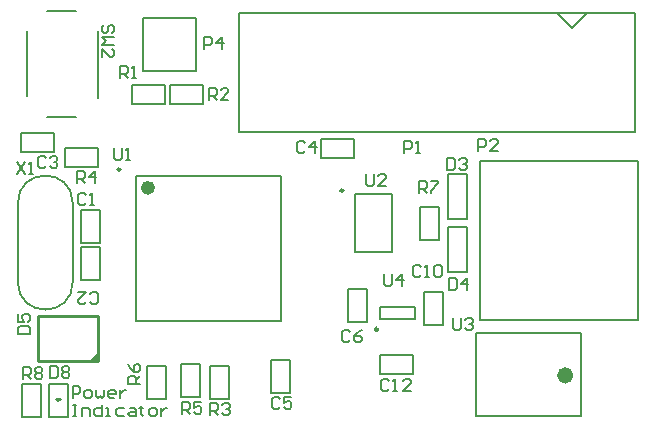
<source format=gto>
G04 Layer_Color=65535*
%FSLAX25Y25*%
%MOIN*%
G70*
G01*
G75*
%ADD21C,0.00984*%
%ADD22C,0.01000*%
%ADD26C,0.02362*%
%ADD34C,0.00787*%
%ADD35C,0.00591*%
D21*
X367571Y290378D02*
G03*
X367571Y290378I-492J0D01*
G01*
X441862Y283347D02*
G03*
X441862Y283347I-492J0D01*
G01*
X453406Y237087D02*
G03*
X453406Y237087I-492J0D01*
G01*
D22*
X516390Y221646D02*
G03*
X516390Y221646I-500J0D01*
G01*
X516890D02*
G03*
X516890Y221646I-1000J0D01*
G01*
X517471D02*
G03*
X517471Y221646I-1581J0D01*
G01*
X518039Y221724D02*
G03*
X518039Y221724I-2236J0D01*
G01*
X340000Y226500D02*
Y240000D01*
Y226500D02*
X360000D01*
Y241500D01*
X340000D02*
X360000D01*
X340000Y238000D02*
Y241500D01*
X357500Y226500D02*
X360000Y229000D01*
Y226500D02*
Y229000D01*
Y226500D02*
Y227500D01*
X359000Y226500D02*
X360000Y227500D01*
X357500Y226500D02*
X359000D01*
X358250D02*
X359000D01*
X360000Y227500D01*
X359000Y226500D02*
X360000Y227500D01*
X358250Y226500D02*
X359000D01*
X358250D02*
Y226750D01*
X359000Y227500D01*
X358750Y227750D02*
X360000D01*
D26*
X377906Y284276D02*
G03*
X377906Y284276I-1181J0D01*
G01*
D34*
X333347Y252811D02*
G03*
X351654Y252811I9154J0D01*
G01*
Y279189D02*
G03*
X333347Y279189I-9154J0D01*
G01*
X372787Y239787D02*
Y288213D01*
X421213Y239787D02*
Y288213D01*
X372787D02*
X421213D01*
X372787Y239787D02*
X421213D01*
X445898Y262854D02*
X458102D01*
X445898Y282146D02*
X458102D01*
Y262854D02*
Y282146D01*
X445898Y262854D02*
Y282146D01*
X407000Y303000D02*
Y342500D01*
Y303000D02*
X539000D01*
Y342500D01*
X407000D02*
X539000D01*
X513000D02*
X518000Y337500D01*
X523000Y342500D01*
X392858Y323043D02*
Y340957D01*
X375142D02*
X392858D01*
X375142Y323043D02*
Y340957D01*
Y323043D02*
X392858D01*
X333347Y252811D02*
Y279189D01*
X351654Y252811D02*
Y279189D01*
X343220Y343165D02*
X352669D01*
X343220Y307732D02*
X352571D01*
X359953Y314327D02*
Y336374D01*
X336331Y314819D02*
Y336374D01*
X540216Y240311D02*
Y293067D01*
X487559Y240311D02*
X540216D01*
X487559D02*
Y293067D01*
X540216D01*
X454193Y244370D02*
X465807D01*
X454193Y240630D02*
X465807D01*
Y244370D01*
X454193Y240630D02*
Y244370D01*
X520921Y208142D02*
Y235898D01*
X486079D02*
X520921D01*
X486079Y208142D02*
Y235898D01*
Y208142D02*
X520921D01*
X334850Y207988D02*
X341150D01*
Y219012D01*
X334850D02*
X341150D01*
X334850Y207988D02*
Y219012D01*
X467350Y266988D02*
X473650D01*
Y278012D01*
X467350D02*
X473650D01*
X467350Y266988D02*
Y278012D01*
X348988Y291350D02*
Y297650D01*
Y291350D02*
X360012D01*
Y297650D01*
X348988D02*
X360012D01*
X397350Y225012D02*
X403650D01*
X397350Y213988D02*
Y225012D01*
Y213988D02*
X403650D01*
Y225012D01*
X383988Y312350D02*
Y318650D01*
Y312350D02*
X395012D01*
Y318650D01*
X383988D02*
X395012D01*
X382512Y312350D02*
Y318650D01*
X371488D02*
X382512D01*
X371488Y312350D02*
Y318650D01*
Y312350D02*
X382512D01*
X343653Y219012D02*
X349953D01*
X343653Y207988D02*
Y219012D01*
Y207988D02*
X349953D01*
Y219012D01*
X346803Y213106D02*
X347590Y213894D01*
X346606D02*
X347590D01*
X346016D02*
X346803Y213106D01*
X346016Y213894D02*
X346606D01*
X476800Y271169D02*
X483200D01*
Y256169D02*
Y271169D01*
X476800Y256169D02*
X483200D01*
X476800D02*
Y271169D01*
Y273831D02*
X483200D01*
X476800D02*
Y288831D01*
X483200D01*
Y273831D02*
Y288831D01*
X453988Y222350D02*
Y228650D01*
Y222350D02*
X465012D01*
Y228650D01*
X453988D02*
X465012D01*
X468850Y238488D02*
X475150D01*
Y249512D01*
X468850D02*
X475150D01*
X468850Y238488D02*
Y249512D01*
X443350Y239488D02*
X449650D01*
Y250512D01*
X443350D02*
X449650D01*
X443350Y239488D02*
Y250512D01*
X417850Y215988D02*
X424150D01*
Y227012D01*
X417850D02*
X424150D01*
X417850Y215988D02*
Y227012D01*
X445512Y294350D02*
Y300650D01*
X434488D02*
X445512D01*
X434488Y294350D02*
Y300650D01*
Y294350D02*
X445512D01*
X334488Y296350D02*
Y302650D01*
Y296350D02*
X345512D01*
Y302650D01*
X334488D02*
X345512D01*
X354350Y253488D02*
X360650D01*
Y264512D01*
X354350D02*
X360650D01*
X354350Y253488D02*
Y264512D01*
Y277012D02*
X360650D01*
X354350Y265988D02*
Y277012D01*
Y265988D02*
X360650D01*
Y277012D01*
X376350Y225012D02*
X382650D01*
X376350Y213988D02*
Y225012D01*
Y213988D02*
X382650D01*
Y225012D01*
X387850Y225512D02*
X394150D01*
X387850Y214488D02*
Y225512D01*
Y214488D02*
X394150D01*
Y225512D01*
X365500Y297436D02*
Y294156D01*
X366156Y293500D01*
X367468D01*
X368124Y294156D01*
Y297436D01*
X369436Y293500D02*
X370748D01*
X370092D01*
Y297436D01*
X369436Y296780D01*
X395500Y330500D02*
Y334436D01*
X397468D01*
X398124Y333780D01*
Y332468D01*
X397468Y331812D01*
X395500D01*
X401404Y330500D02*
Y334436D01*
X399436Y332468D01*
X402060D01*
X333000Y292936D02*
X335624Y289000D01*
Y292936D02*
X333000Y289000D01*
X336936D02*
X338248D01*
X337592D01*
Y292936D01*
X336936Y292280D01*
X364780Y335876D02*
X365436Y336532D01*
Y337844D01*
X364780Y338500D01*
X364124D01*
X363468Y337844D01*
Y336532D01*
X362812Y335876D01*
X362156D01*
X361500Y336532D01*
Y337844D01*
X362156Y338500D01*
X365436Y334564D02*
X361500D01*
X362812Y333252D01*
X361500Y331940D01*
X365436D01*
X361500Y328005D02*
Y330628D01*
X364124Y328005D01*
X364780D01*
X365436Y328661D01*
Y329973D01*
X364780Y330628D01*
X486819Y296689D02*
Y300625D01*
X488787D01*
X489443Y299969D01*
Y298657D01*
X488787Y298001D01*
X486819D01*
X493378Y296689D02*
X490755D01*
X493378Y299313D01*
Y299969D01*
X492723Y300625D01*
X491411D01*
X490755Y299969D01*
X455500Y255436D02*
Y252156D01*
X456156Y251500D01*
X457468D01*
X458124Y252156D01*
Y255436D01*
X461404Y251500D02*
Y255436D01*
X459436Y253468D01*
X462060D01*
X478500Y240936D02*
Y237656D01*
X479156Y237000D01*
X480468D01*
X481124Y237656D01*
Y240936D01*
X482436Y240280D02*
X483092Y240936D01*
X484404D01*
X485060Y240280D01*
Y239624D01*
X484404Y238968D01*
X483748D01*
X484404D01*
X485060Y238312D01*
Y237656D01*
X484404Y237000D01*
X483092D01*
X482436Y237656D01*
X449500Y288936D02*
Y285656D01*
X450156Y285000D01*
X451468D01*
X452124Y285656D01*
Y288936D01*
X456060Y285000D02*
X453436D01*
X456060Y287624D01*
Y288280D01*
X455404Y288936D01*
X454092D01*
X453436Y288280D01*
X335000Y220500D02*
Y224436D01*
X336968D01*
X337624Y223780D01*
Y222468D01*
X336968Y221812D01*
X335000D01*
X336312D02*
X337624Y220500D01*
X338936Y223780D02*
X339592Y224436D01*
X340904D01*
X341560Y223780D01*
Y223124D01*
X340904Y222468D01*
X341560Y221812D01*
Y221156D01*
X340904Y220500D01*
X339592D01*
X338936Y221156D01*
Y221812D01*
X339592Y222468D01*
X338936Y223124D01*
Y223780D01*
X339592Y222468D02*
X340904D01*
X467000Y282500D02*
Y286436D01*
X468968D01*
X469624Y285780D01*
Y284468D01*
X468968Y283812D01*
X467000D01*
X468312D02*
X469624Y282500D01*
X470936Y286436D02*
X473560D01*
Y285780D01*
X470936Y283156D01*
Y282500D01*
X374000Y219000D02*
X370064D01*
Y220968D01*
X370720Y221624D01*
X372032D01*
X372688Y220968D01*
Y219000D01*
Y220312D02*
X374000Y221624D01*
X370064Y225560D02*
X370720Y224248D01*
X372032Y222936D01*
X373344D01*
X374000Y223592D01*
Y224904D01*
X373344Y225560D01*
X372688D01*
X372032Y224904D01*
Y222936D01*
X388000Y209000D02*
Y212936D01*
X389968D01*
X390624Y212280D01*
Y210968D01*
X389968Y210312D01*
X388000D01*
X389312D02*
X390624Y209000D01*
X394560Y212936D02*
X391936D01*
Y210968D01*
X393248Y211624D01*
X393904D01*
X394560Y210968D01*
Y209656D01*
X393904Y209000D01*
X392592D01*
X391936Y209656D01*
X353000Y286000D02*
Y289936D01*
X354968D01*
X355624Y289280D01*
Y287968D01*
X354968Y287312D01*
X353000D01*
X354312D02*
X355624Y286000D01*
X358904D02*
Y289936D01*
X356936Y287968D01*
X359560D01*
X397500Y208500D02*
Y212436D01*
X399468D01*
X400124Y211780D01*
Y210468D01*
X399468Y209812D01*
X397500D01*
X398812D02*
X400124Y208500D01*
X401436Y211780D02*
X402092Y212436D01*
X403404D01*
X404060Y211780D01*
Y211124D01*
X403404Y210468D01*
X402748D01*
X403404D01*
X404060Y209812D01*
Y209156D01*
X403404Y208500D01*
X402092D01*
X401436Y209156D01*
X397000Y313500D02*
Y317436D01*
X398968D01*
X399624Y316780D01*
Y315468D01*
X398968Y314812D01*
X397000D01*
X398312D02*
X399624Y313500D01*
X403560D02*
X400936D01*
X403560Y316124D01*
Y316780D01*
X402904Y317436D01*
X401592D01*
X400936Y316780D01*
X367500Y321000D02*
Y324936D01*
X369468D01*
X370124Y324280D01*
Y322968D01*
X369468Y322312D01*
X367500D01*
X368812D02*
X370124Y321000D01*
X371436D02*
X372748D01*
X372092D01*
Y324936D01*
X371436Y324280D01*
X462000Y296000D02*
Y299936D01*
X463968D01*
X464624Y299280D01*
Y297968D01*
X463968Y297312D01*
X462000D01*
X465936Y296000D02*
X467248D01*
X466592D01*
Y299936D01*
X465936Y299280D01*
X344000Y224936D02*
Y221000D01*
X345968D01*
X346624Y221656D01*
Y224280D01*
X345968Y224936D01*
X344000D01*
X347936Y224280D02*
X348592Y224936D01*
X349904D01*
X350560Y224280D01*
Y223624D01*
X349904Y222968D01*
X350560Y222312D01*
Y221656D01*
X349904Y221000D01*
X348592D01*
X347936Y221656D01*
Y222312D01*
X348592Y222968D01*
X347936Y223624D01*
Y224280D01*
X348592Y222968D02*
X349904D01*
X333564Y235500D02*
X337500D01*
Y237468D01*
X336844Y238124D01*
X334220D01*
X333564Y237468D01*
Y235500D01*
Y242060D02*
Y239436D01*
X335532D01*
X334876Y240748D01*
Y241404D01*
X335532Y242060D01*
X336844D01*
X337500Y241404D01*
Y240092D01*
X336844Y239436D01*
X477000Y254105D02*
Y250169D01*
X478968D01*
X479624Y250825D01*
Y253449D01*
X478968Y254105D01*
X477000D01*
X482904Y250169D02*
Y254105D01*
X480936Y252137D01*
X483560D01*
X476500Y294266D02*
Y290331D01*
X478468D01*
X479124Y290987D01*
Y293611D01*
X478468Y294266D01*
X476500D01*
X480436Y293611D02*
X481092Y294266D01*
X482404D01*
X483060Y293611D01*
Y292954D01*
X482404Y292299D01*
X481748D01*
X482404D01*
X483060Y291643D01*
Y290987D01*
X482404Y290331D01*
X481092D01*
X480436Y290987D01*
X457124Y219780D02*
X456468Y220436D01*
X455156D01*
X454500Y219780D01*
Y217156D01*
X455156Y216500D01*
X456468D01*
X457124Y217156D01*
X458436Y216500D02*
X459748D01*
X459092D01*
Y220436D01*
X458436Y219780D01*
X464339Y216500D02*
X461716D01*
X464339Y219124D01*
Y219780D01*
X463683Y220436D01*
X462371D01*
X461716Y219780D01*
X467624Y257780D02*
X466968Y258436D01*
X465656D01*
X465000Y257780D01*
Y255156D01*
X465656Y254500D01*
X466968D01*
X467624Y255156D01*
X468936Y254500D02*
X470248D01*
X469592D01*
Y258436D01*
X468936Y257780D01*
X472216D02*
X472871Y258436D01*
X474183D01*
X474839Y257780D01*
Y255156D01*
X474183Y254500D01*
X472871D01*
X472216Y255156D01*
Y257780D01*
X444124Y236280D02*
X443468Y236936D01*
X442156D01*
X441500Y236280D01*
Y233656D01*
X442156Y233000D01*
X443468D01*
X444124Y233656D01*
X448060Y236936D02*
X446748Y236280D01*
X445436Y234968D01*
Y233656D01*
X446092Y233000D01*
X447404D01*
X448060Y233656D01*
Y234312D01*
X447404Y234968D01*
X445436D01*
X420624Y213780D02*
X419968Y214436D01*
X418656D01*
X418000Y213780D01*
Y211156D01*
X418656Y210500D01*
X419968D01*
X420624Y211156D01*
X424560Y214436D02*
X421936D01*
Y212468D01*
X423248Y213124D01*
X423904D01*
X424560Y212468D01*
Y211156D01*
X423904Y210500D01*
X422592D01*
X421936Y211156D01*
X429124Y299280D02*
X428468Y299936D01*
X427156D01*
X426500Y299280D01*
Y296656D01*
X427156Y296000D01*
X428468D01*
X429124Y296656D01*
X432404Y296000D02*
Y299936D01*
X430436Y297968D01*
X433060D01*
X342624Y294280D02*
X341968Y294936D01*
X340656D01*
X340000Y294280D01*
Y291656D01*
X340656Y291000D01*
X341968D01*
X342624Y291656D01*
X343936Y294280D02*
X344592Y294936D01*
X345904D01*
X346560Y294280D01*
Y293624D01*
X345904Y292968D01*
X345248D01*
X345904D01*
X346560Y292312D01*
Y291656D01*
X345904Y291000D01*
X344592D01*
X343936Y291656D01*
X357376Y246220D02*
X358032Y245564D01*
X359344D01*
X360000Y246220D01*
Y248844D01*
X359344Y249500D01*
X358032D01*
X357376Y248844D01*
X353440Y249500D02*
X356064D01*
X353440Y246876D01*
Y246220D01*
X354096Y245564D01*
X355408D01*
X356064Y246220D01*
X356124Y281780D02*
X355468Y282436D01*
X354156D01*
X353500Y281780D01*
Y279156D01*
X354156Y278500D01*
X355468D01*
X356124Y279156D01*
X357436Y278500D02*
X358748D01*
X358092D01*
Y282436D01*
X357436Y281780D01*
D35*
X351590Y214231D02*
Y218166D01*
X353558D01*
X354214Y217511D01*
Y216199D01*
X353558Y215543D01*
X351590D01*
X356182Y214231D02*
X357494D01*
X358150Y214887D01*
Y216199D01*
X357494Y216855D01*
X356182D01*
X355526Y216199D01*
Y214887D01*
X356182Y214231D01*
X359462Y216855D02*
Y214887D01*
X360118Y214231D01*
X360774Y214887D01*
X361430Y214231D01*
X362086Y214887D01*
Y216855D01*
X365366Y214231D02*
X364054D01*
X363398Y214887D01*
Y216199D01*
X364054Y216855D01*
X365366D01*
X366022Y216199D01*
Y215543D01*
X363398D01*
X367334Y216855D02*
Y214231D01*
Y215543D01*
X367989Y216199D01*
X368645Y216855D01*
X369301D01*
X351590Y212026D02*
X352902D01*
X352246D01*
Y208090D01*
X351590D01*
X352902D01*
X354870D02*
Y210714D01*
X356838D01*
X357494Y210058D01*
Y208090D01*
X361430Y212026D02*
Y208090D01*
X359462D01*
X358806Y208747D01*
Y210058D01*
X359462Y210714D01*
X361430D01*
X362742Y208090D02*
X364054D01*
X363398D01*
Y210714D01*
X362742D01*
X368645D02*
X366677D01*
X366022Y210058D01*
Y208747D01*
X366677Y208090D01*
X368645D01*
X370613Y210714D02*
X371925D01*
X372581Y210058D01*
Y208090D01*
X370613D01*
X369957Y208747D01*
X370613Y209402D01*
X372581D01*
X374549Y211370D02*
Y210714D01*
X373893D01*
X375205D01*
X374549D01*
Y208747D01*
X375205Y208090D01*
X377829D02*
X379141D01*
X379797Y208747D01*
Y210058D01*
X379141Y210714D01*
X377829D01*
X377173Y210058D01*
Y208747D01*
X377829Y208090D01*
X381109Y210714D02*
Y208090D01*
Y209402D01*
X381765Y210058D01*
X382420Y210714D01*
X383077D01*
M02*

</source>
